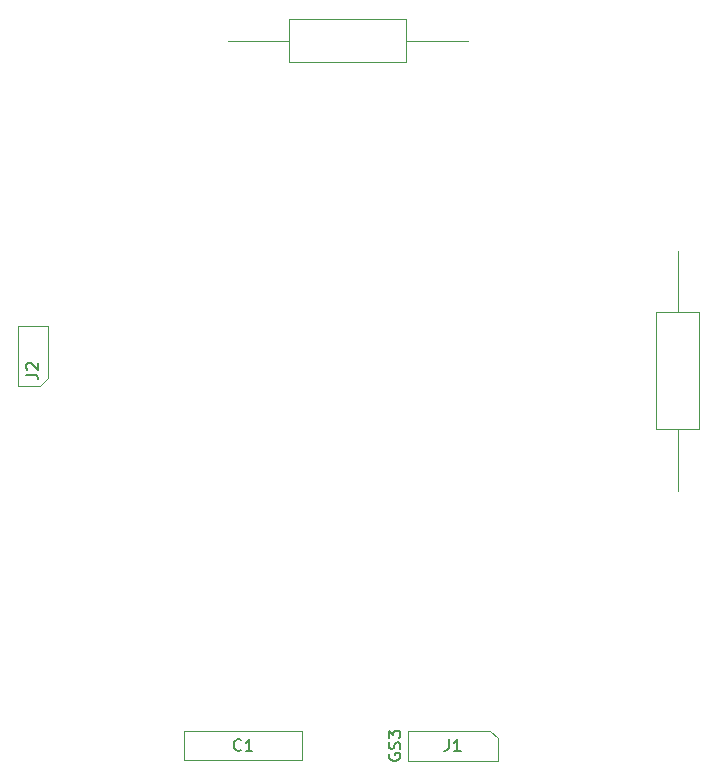
<source format=gbr>
G04 #@! TF.FileFunction,Other,Fab,Top*
%FSLAX46Y46*%
G04 Gerber Fmt 4.6, Leading zero omitted, Abs format (unit mm)*
G04 Created by KiCad (PCBNEW 4.0.7) date Sunday 09 February 2020 'à' 15:54:51*
%MOMM*%
%LPD*%
G01*
G04 APERTURE LIST*
%ADD10C,0.100000*%
%ADD11C,0.150000*%
G04 APERTURE END LIST*
D10*
X81410000Y-23600000D02*
X81410000Y-27200000D01*
X81410000Y-27200000D02*
X91310000Y-27200000D01*
X91310000Y-27200000D02*
X91310000Y-23600000D01*
X91310000Y-23600000D02*
X81410000Y-23600000D01*
X76200000Y-25400000D02*
X81410000Y-25400000D01*
X96520000Y-25400000D02*
X91310000Y-25400000D01*
X116100000Y-48390000D02*
X112500000Y-48390000D01*
X112500000Y-48390000D02*
X112500000Y-58290000D01*
X112500000Y-58290000D02*
X116100000Y-58290000D01*
X116100000Y-58290000D02*
X116100000Y-48390000D01*
X114300000Y-43180000D02*
X114300000Y-48390000D01*
X114300000Y-63500000D02*
X114300000Y-58290000D01*
X60325000Y-54610000D02*
X58420000Y-54610000D01*
X58420000Y-54610000D02*
X58420000Y-49530000D01*
X58420000Y-49530000D02*
X60960000Y-49530000D01*
X60960000Y-49530000D02*
X60960000Y-53975000D01*
X60960000Y-53975000D02*
X60325000Y-54610000D01*
X72510000Y-83840000D02*
X72510000Y-86340000D01*
X72510000Y-86340000D02*
X82510000Y-86340000D01*
X82510000Y-86340000D02*
X82510000Y-83840000D01*
X82510000Y-83840000D02*
X72510000Y-83840000D01*
X99060000Y-84455000D02*
X99060000Y-86360000D01*
X99060000Y-86360000D02*
X91440000Y-86360000D01*
X91440000Y-86360000D02*
X91440000Y-83820000D01*
X91440000Y-83820000D02*
X98425000Y-83820000D01*
X98425000Y-83820000D02*
X99060000Y-84455000D01*
D11*
X59142381Y-53673333D02*
X59856667Y-53673333D01*
X59999524Y-53720953D01*
X60094762Y-53816191D01*
X60142381Y-53959048D01*
X60142381Y-54054286D01*
X59237619Y-53244762D02*
X59190000Y-53197143D01*
X59142381Y-53101905D01*
X59142381Y-52863809D01*
X59190000Y-52768571D01*
X59237619Y-52720952D01*
X59332857Y-52673333D01*
X59428095Y-52673333D01*
X59570952Y-52720952D01*
X60142381Y-53292381D01*
X60142381Y-52673333D01*
X77343334Y-85447143D02*
X77295715Y-85494762D01*
X77152858Y-85542381D01*
X77057620Y-85542381D01*
X76914762Y-85494762D01*
X76819524Y-85399524D01*
X76771905Y-85304286D01*
X76724286Y-85113810D01*
X76724286Y-84970952D01*
X76771905Y-84780476D01*
X76819524Y-84685238D01*
X76914762Y-84590000D01*
X77057620Y-84542381D01*
X77152858Y-84542381D01*
X77295715Y-84590000D01*
X77343334Y-84637619D01*
X78295715Y-85542381D02*
X77724286Y-85542381D01*
X78010000Y-85542381D02*
X78010000Y-84542381D01*
X77914762Y-84685238D01*
X77819524Y-84780476D01*
X77724286Y-84828095D01*
X89880000Y-85780476D02*
X89832381Y-85875714D01*
X89832381Y-86018571D01*
X89880000Y-86161429D01*
X89975238Y-86256667D01*
X90070476Y-86304286D01*
X90260952Y-86351905D01*
X90403810Y-86351905D01*
X90594286Y-86304286D01*
X90689524Y-86256667D01*
X90784762Y-86161429D01*
X90832381Y-86018571D01*
X90832381Y-85923333D01*
X90784762Y-85780476D01*
X90737143Y-85732857D01*
X90403810Y-85732857D01*
X90403810Y-85923333D01*
X90784762Y-85351905D02*
X90832381Y-85209048D01*
X90832381Y-84970952D01*
X90784762Y-84875714D01*
X90737143Y-84828095D01*
X90641905Y-84780476D01*
X90546667Y-84780476D01*
X90451429Y-84828095D01*
X90403810Y-84875714D01*
X90356190Y-84970952D01*
X90308571Y-85161429D01*
X90260952Y-85256667D01*
X90213333Y-85304286D01*
X90118095Y-85351905D01*
X90022857Y-85351905D01*
X89927619Y-85304286D01*
X89880000Y-85256667D01*
X89832381Y-85161429D01*
X89832381Y-84923333D01*
X89880000Y-84780476D01*
X89832381Y-84447143D02*
X89832381Y-83828095D01*
X90213333Y-84161429D01*
X90213333Y-84018571D01*
X90260952Y-83923333D01*
X90308571Y-83875714D01*
X90403810Y-83828095D01*
X90641905Y-83828095D01*
X90737143Y-83875714D01*
X90784762Y-83923333D01*
X90832381Y-84018571D01*
X90832381Y-84304286D01*
X90784762Y-84399524D01*
X90737143Y-84447143D01*
X94916667Y-84542381D02*
X94916667Y-85256667D01*
X94869047Y-85399524D01*
X94773809Y-85494762D01*
X94630952Y-85542381D01*
X94535714Y-85542381D01*
X95916667Y-85542381D02*
X95345238Y-85542381D01*
X95630952Y-85542381D02*
X95630952Y-84542381D01*
X95535714Y-84685238D01*
X95440476Y-84780476D01*
X95345238Y-84828095D01*
M02*

</source>
